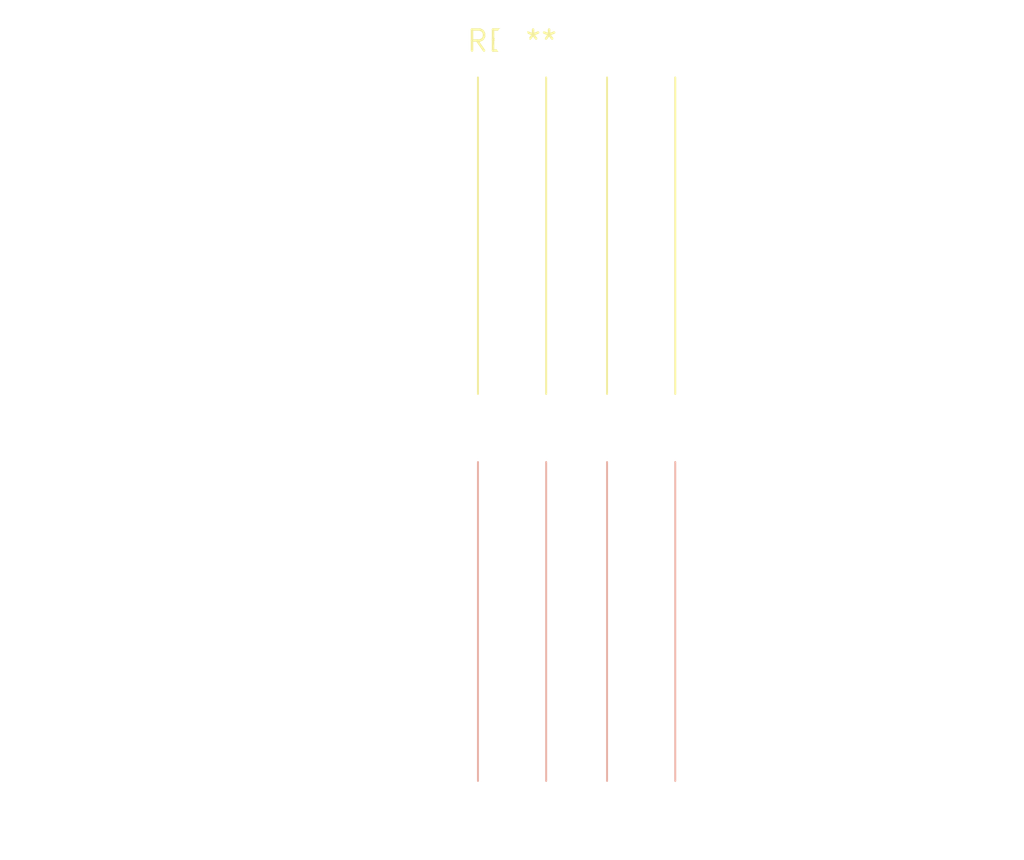
<source format=kicad_pcb>
(kicad_pcb (version 20240108) (generator pcbnew)
  (layers (0 "F.Cu" signal) (31 "B.Cu" signal) (34 "B.Paste" user) (35 "F.Paste" user) (36 "B.SilkS" user "B.Silkscreen") (37 "F.SilkS" user "F.Silkscreen") (38 "B.Mask" user) (39 "F.Mask" user) (44 "Edge.Cuts" user))
  (net 0 "")
  (footprint "SolderWire-1.5sqmm_1x02_P7.8mm_D1.7mm_OD3.9mm_Relief2x" (layer "F.Cu") (at 0 0)
    (property "Reference" "REF**")
    (property "Value" "SolderWire-1.5sqmm_1x02_P7.8mm_D1.7mm_OD3.9mm_Relief2x")
    (fp_line (start -2.06 25.46) (end -2.06 44.74) (layer "B.SilkS") (stroke (width 0.12)))
    (fp_line (start 2.06 25.46) (end 2.06 44.74) (layer "B.SilkS") (stroke (width 0.12)))
    (fp_line (start 5.74 25.46) (end 5.74 44.74) (layer "B.SilkS") (stroke (width 0.12)))
    (fp_line (start 9.86 25.46) (end 9.86 44.74) (layer "B.SilkS") (stroke (width 0.12)))
    (fp_line (start -2.06 2.21) (end -2.06 21.34) (layer "F.SilkS") (stroke (width 0.12)))
    (fp_line (start 2.06 2.21) (end 2.06 21.34) (layer "F.SilkS") (stroke (width 0.12)))
    (fp_line (start 5.74 2.21) (end 5.74 21.34) (layer "F.SilkS") (stroke (width 0.12)))
    (fp_line (start 9.86 2.21) (end 9.86 21.34) (layer "F.SilkS") (stroke (width 0.12)))
    (pad "" np_thru_hole circle (at 0 23.4) (size 4.4 4.4) (drill 4.4) (layers *.Cu *.Mask))
    (pad "" np_thru_hole circle (at 0 46.8) (size 4.4 4.4) (drill 4.4) (layers *.Cu *.Mask))
    (pad "" np_thru_hole circle (at 7.8 23.4) (size 4.4 4.4) (drill 4.4) (layers *.Cu *.Mask))
    (pad "" np_thru_hole circle (at 7.8 46.8) (size 4.4 4.4) (drill 4.4) (layers *.Cu *.Mask))
    (pad "1" thru_hole roundrect (at 0 0) (size 3.9 3.9) (drill 2.1) (layers *.Cu *.Mask) (remove_unused_layers) (roundrect_rratio 0.064103))
    (pad "2" thru_hole circle (at 7.8 0) (size 3.9 3.9) (drill 2.1) (layers *.Cu *.Mask) (remove_unused_layers))
  )
)
</source>
